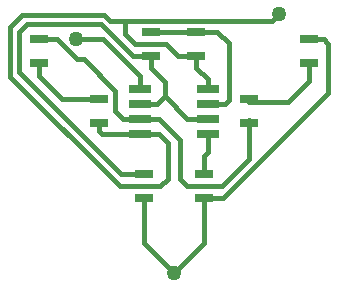
<source format=gtl>
G04 (created by PCBNEW (2013-05-16 BZR 4016)-stable) date 5/21/2013 11:08:07 PM*
%MOIN*%
G04 Gerber Fmt 3.4, Leading zero omitted, Abs format*
%FSLAX34Y34*%
G01*
G70*
G90*
G04 APERTURE LIST*
%ADD10C,0.00590551*%
%ADD11R,0.075X0.025*%
%ADD12R,0.06X0.03*%
%ADD13C,0.05*%
%ADD14C,0.015*%
G04 APERTURE END LIST*
G54D10*
G54D11*
X-1125Y1250D03*
X-1125Y750D03*
X-1125Y250D03*
X-1125Y-250D03*
X1125Y-250D03*
X1125Y250D03*
X1125Y750D03*
X1125Y1250D03*
G54D12*
X-1000Y-1600D03*
X-1000Y-2400D03*
X1000Y-1600D03*
X1000Y-2400D03*
X-4500Y2100D03*
X-4500Y2900D03*
X4500Y2100D03*
X4500Y2900D03*
X750Y2350D03*
X750Y3150D03*
X-750Y3150D03*
X-750Y2350D03*
X-2500Y100D03*
X-2500Y900D03*
X2500Y100D03*
X2500Y900D03*
G54D13*
X0Y-4880D03*
X-3250Y2900D03*
X3500Y3750D03*
G54D14*
X1000Y-2400D02*
X1000Y-3880D01*
X1000Y-3880D02*
X0Y-4880D01*
X-1000Y-2400D02*
X-1000Y-3880D01*
X-1000Y-3880D02*
X0Y-4880D01*
X4500Y2900D02*
X5000Y2900D01*
X-1125Y1675D02*
X-2050Y2600D01*
X5000Y2900D02*
X5150Y2750D01*
X5150Y2750D02*
X5150Y1100D01*
X5150Y1100D02*
X1650Y-2400D01*
X1650Y-2400D02*
X1000Y-2400D01*
X-2050Y2600D02*
X-2350Y2900D01*
X-2350Y2900D02*
X-3250Y2900D01*
X-1125Y1250D02*
X-1125Y1675D01*
X-5450Y1650D02*
X-5450Y3300D01*
X-1800Y-2000D02*
X-5450Y1650D01*
X750Y2350D02*
X150Y2350D01*
X-1620Y3080D02*
X-1620Y3510D01*
X-1290Y2750D02*
X-1620Y3080D01*
X-250Y2750D02*
X-1290Y2750D01*
X150Y2350D02*
X-250Y2750D01*
X1340Y3510D02*
X3260Y3510D01*
X3260Y3510D02*
X3500Y3750D01*
X-1620Y3510D02*
X1340Y3510D01*
X-2320Y3700D02*
X-2130Y3510D01*
X-5050Y3700D02*
X-2320Y3700D01*
X-5450Y3300D02*
X-5050Y3700D01*
X-500Y-250D02*
X-1125Y-250D01*
X-450Y-2000D02*
X-1800Y-2000D01*
X-200Y-1750D02*
X-450Y-2000D01*
X-200Y-550D02*
X-200Y-1750D01*
X-500Y-250D02*
X-200Y-550D01*
X-2130Y3510D02*
X-1620Y3510D01*
X1125Y1250D02*
X1125Y1565D01*
X750Y1940D02*
X750Y2350D01*
X1125Y1565D02*
X750Y1940D01*
X-2500Y100D02*
X-2500Y-150D01*
X-2500Y-150D02*
X-2400Y-250D01*
X-2400Y-250D02*
X-1125Y-250D01*
X1125Y-250D02*
X1125Y-875D01*
X1000Y-1000D02*
X1000Y-1600D01*
X1125Y-875D02*
X1000Y-1000D01*
X4500Y2100D02*
X4500Y1500D01*
X3800Y800D02*
X2500Y800D01*
X4500Y1500D02*
X3800Y800D01*
X-3740Y900D02*
X-4500Y1660D01*
X-4500Y2100D02*
X-4500Y1660D01*
X-2500Y900D02*
X-3740Y900D01*
X-1950Y950D02*
X-1950Y1180D01*
X-1700Y250D02*
X-1950Y500D01*
X-1950Y500D02*
X-1950Y950D01*
X-4500Y2900D02*
X-3900Y2900D01*
X-1700Y250D02*
X-1125Y250D01*
X-3240Y2240D02*
X-3900Y2900D01*
X-3010Y2240D02*
X-3240Y2240D01*
X-1950Y1180D02*
X-3010Y2240D01*
X200Y-450D02*
X200Y-1750D01*
X450Y-2000D02*
X1600Y-2000D01*
X-500Y250D02*
X-1125Y250D01*
X2500Y200D02*
X2500Y-1100D01*
X1600Y-2000D02*
X2500Y-1100D01*
X-500Y250D02*
X0Y-250D01*
X0Y-250D02*
X200Y-450D01*
X200Y-1750D02*
X450Y-2000D01*
X-3950Y3400D02*
X-2420Y3400D01*
X-1750Y-1600D02*
X-5150Y1800D01*
X-5150Y1800D02*
X-5150Y3150D01*
X-5150Y3150D02*
X-4900Y3400D01*
X-4900Y3400D02*
X-3950Y3400D01*
X-1000Y-1600D02*
X-1750Y-1600D01*
X-1370Y2350D02*
X-750Y2350D01*
X-2420Y3400D02*
X-1370Y2350D01*
X-750Y2350D02*
X-750Y1940D01*
X-300Y1490D02*
X-300Y1000D01*
X-750Y1940D02*
X-300Y1490D01*
X-300Y1000D02*
X-550Y750D01*
X-550Y750D02*
X-1125Y750D01*
X450Y250D02*
X-300Y1000D01*
X1125Y250D02*
X450Y250D01*
X750Y3150D02*
X1450Y3150D01*
X1720Y750D02*
X1125Y750D01*
X1830Y860D02*
X1720Y750D01*
X1830Y2770D02*
X1830Y860D01*
X1450Y3150D02*
X1830Y2770D01*
X-750Y3150D02*
X750Y3150D01*
M02*

</source>
